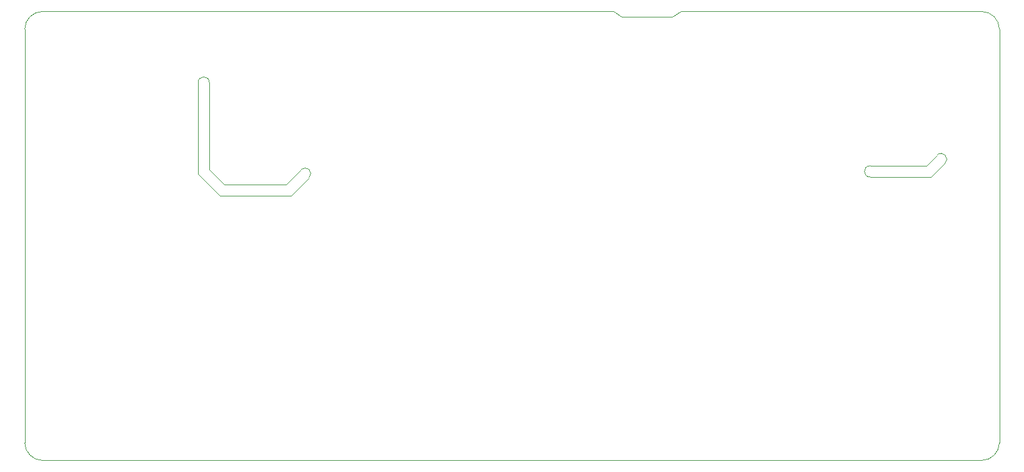
<source format=gbr>
%TF.GenerationSoftware,KiCad,Pcbnew,(6.0.6-0)*%
%TF.CreationDate,2022-08-05T12:00:24-07:00*%
%TF.ProjectId,Tesla Coil MIDI Synth,5465736c-6120-4436-9f69-6c204d494449,1*%
%TF.SameCoordinates,Original*%
%TF.FileFunction,Profile,NP*%
%FSLAX46Y46*%
G04 Gerber Fmt 4.6, Leading zero omitted, Abs format (unit mm)*
G04 Created by KiCad (PCBNEW (6.0.6-0)) date 2022-08-05 12:00:24*
%MOMM*%
%LPD*%
G01*
G04 APERTURE LIST*
%TA.AperFunction,Profile*%
%ADD10C,0.100000*%
%TD*%
G04 APERTURE END LIST*
D10*
X142494000Y-41021001D02*
X143956370Y-39562370D01*
X43815000Y-42164000D02*
X46736000Y-45085000D01*
X145034000Y-40640000D02*
G75*
G03*
X143956370Y-39562370I-538815J538815D01*
G01*
X108077000Y-20828000D02*
X101219000Y-20828000D01*
X22733000Y-20066000D02*
G75*
G03*
X20320000Y-22479000I0J-2413000D01*
G01*
X58862630Y-42606630D02*
X56388000Y-45085000D01*
X152400000Y-22479000D02*
G75*
G03*
X149987000Y-20066000I-2413000J0D01*
G01*
X57785000Y-41529000D02*
X55753000Y-43561000D01*
X109220000Y-20066000D02*
X108077000Y-20828000D01*
X22733000Y-20066000D02*
X100076000Y-20066000D01*
X101219000Y-20828000D02*
X100076000Y-20066000D01*
X134873999Y-42545000D02*
X143129000Y-42545001D01*
X45338999Y-29718000D02*
G75*
G03*
X43815001Y-29718000I-761999J0D01*
G01*
X46736000Y-45085000D02*
X56388000Y-45085000D01*
X149987000Y-81026000D02*
X22733000Y-81026000D01*
X149987000Y-81026000D02*
G75*
G03*
X152400000Y-78613000I0J2413000D01*
G01*
X20320000Y-22479000D02*
X20320000Y-78613000D01*
X45339000Y-41529000D02*
X47371000Y-43561000D01*
X134873999Y-41021002D02*
X142494000Y-41021001D01*
X20320000Y-78613000D02*
G75*
G03*
X22733000Y-81026000I2413000J0D01*
G01*
X109220000Y-20066000D02*
X149987000Y-20066000D01*
X143129000Y-42545001D02*
X145034000Y-40640000D01*
X43815000Y-29718000D02*
X43815000Y-42164000D01*
X47371000Y-43561000D02*
X55753000Y-43561000D01*
X134873999Y-41021000D02*
G75*
G03*
X134873999Y-42545000I1J-762000D01*
G01*
X45339000Y-29718000D02*
X45339000Y-41529000D01*
X152400000Y-22479000D02*
X152400000Y-78613000D01*
X58862630Y-42606630D02*
G75*
G03*
X57785000Y-41529000I-538815J538815D01*
G01*
M02*

</source>
